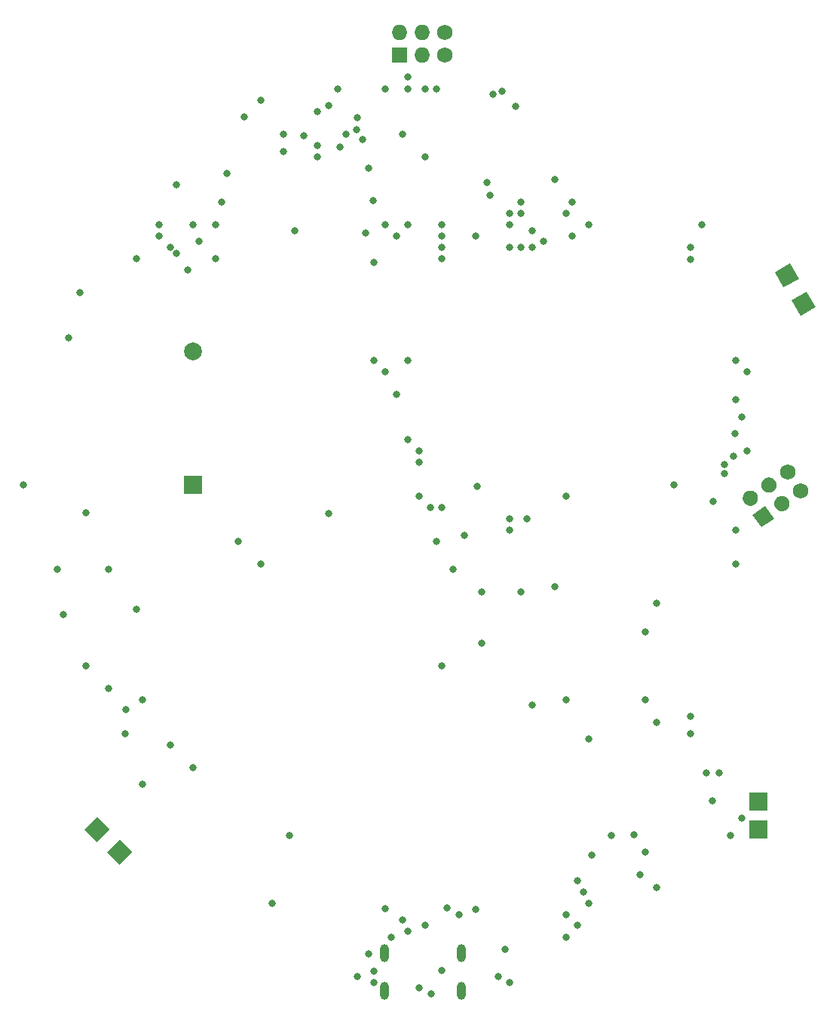
<source format=gbr>
G04 #@! TF.GenerationSoftware,KiCad,Pcbnew,(5.1.10)-1*
G04 #@! TF.CreationDate,2021-10-13T01:49:27-04:00*
G04 #@! TF.ProjectId,ScryptKeeper,53637279-7074-44b6-9565-7065722e6b69,rev?*
G04 #@! TF.SameCoordinates,Original*
G04 #@! TF.FileFunction,Copper,L8,Inr*
G04 #@! TF.FilePolarity,Positive*
%FSLAX46Y46*%
G04 Gerber Fmt 4.6, Leading zero omitted, Abs format (unit mm)*
G04 Created by KiCad (PCBNEW (5.1.10)-1) date 2021-10-13 01:49:27*
%MOMM*%
%LPD*%
G01*
G04 APERTURE LIST*
G04 #@! TA.AperFunction,ComponentPad*
%ADD10R,2.000000X2.000000*%
G04 #@! TD*
G04 #@! TA.AperFunction,ComponentPad*
%ADD11C,0.100000*%
G04 #@! TD*
G04 #@! TA.AperFunction,ComponentPad*
%ADD12C,1.727200*%
G04 #@! TD*
G04 #@! TA.AperFunction,ComponentPad*
%ADD13O,1.727200X1.727200*%
G04 #@! TD*
G04 #@! TA.AperFunction,ComponentPad*
%ADD14R,1.727200X1.727200*%
G04 #@! TD*
G04 #@! TA.AperFunction,ComponentPad*
%ADD15C,2.000000*%
G04 #@! TD*
G04 #@! TA.AperFunction,ComponentPad*
%ADD16O,1.000000X2.000000*%
G04 #@! TD*
G04 #@! TA.AperFunction,ViaPad*
%ADD17C,0.800000*%
G04 #@! TD*
G04 APERTURE END LIST*
D10*
X106680000Y-135255000D03*
G04 #@! TA.AperFunction,ComponentPad*
D11*
G36*
X32385000Y-136669214D02*
G01*
X30970786Y-135255000D01*
X32385000Y-133840786D01*
X33799214Y-135255000D01*
X32385000Y-136669214D01*
G37*
G04 #@! TD.AperFunction*
G04 #@! TA.AperFunction,ComponentPad*
G36*
X34925000Y-139209214D02*
G01*
X33510786Y-137795000D01*
X34925000Y-136380786D01*
X36339214Y-137795000D01*
X34925000Y-139209214D01*
G37*
G04 #@! TD.AperFunction*
D10*
X106680000Y-132080000D03*
D12*
X71414001Y-45720001D03*
X71414001Y-48260001D03*
D13*
X68874001Y-45720001D03*
X68874001Y-48260001D03*
X66334001Y-45720001D03*
D14*
X66334001Y-48260001D03*
G04 #@! TA.AperFunction,ComponentPad*
D11*
G36*
X110393975Y-75833975D02*
G01*
X112126025Y-74833975D01*
X113126025Y-76566025D01*
X111393975Y-77566025D01*
X110393975Y-75833975D01*
G37*
G04 #@! TD.AperFunction*
G04 #@! TA.AperFunction,ComponentPad*
G36*
X108488975Y-72658975D02*
G01*
X110221025Y-71658975D01*
X111221025Y-73391025D01*
X109488975Y-74391025D01*
X108488975Y-72658975D01*
G37*
G04 #@! TD.AperFunction*
D15*
X43180000Y-81530000D03*
D10*
X43180000Y-96520000D03*
G04 #@! TA.AperFunction,ComponentPad*
D11*
G36*
X106028695Y-99899629D02*
G01*
X107443534Y-98908948D01*
X108434215Y-100323787D01*
X107019376Y-101314468D01*
X106028695Y-99899629D01*
G37*
G04 #@! TD.AperFunction*
G04 #@! TA.AperFunction,ComponentPad*
G36*
G01*
X105279229Y-97323642D02*
X105279229Y-97323642D01*
G75*
G02*
X106481990Y-97535721I495341J-707420D01*
G01*
X106481990Y-97535721D01*
G75*
G02*
X106269911Y-98738482I-707420J-495341D01*
G01*
X106269911Y-98738482D01*
G75*
G02*
X105067150Y-98526403I-495341J707420D01*
G01*
X105067150Y-98526403D01*
G75*
G02*
X105279229Y-97323642I707420J495341D01*
G01*
G37*
G04 #@! TD.AperFunction*
G04 #@! TA.AperFunction,ComponentPad*
G36*
G01*
X108816760Y-97947404D02*
X108816760Y-97947404D01*
G75*
G02*
X110019521Y-98159483I495341J-707420D01*
G01*
X110019521Y-98159483D01*
G75*
G02*
X109807442Y-99362244I-707420J-495341D01*
G01*
X109807442Y-99362244D01*
G75*
G02*
X108604681Y-99150165I-495341J707420D01*
G01*
X108604681Y-99150165D01*
G75*
G02*
X108816760Y-97947404I707420J495341D01*
G01*
G37*
G04 #@! TD.AperFunction*
G04 #@! TA.AperFunction,ComponentPad*
G36*
G01*
X107359876Y-95866757D02*
X107359876Y-95866757D01*
G75*
G02*
X108562637Y-96078836I495341J-707420D01*
G01*
X108562637Y-96078836D01*
G75*
G02*
X108350558Y-97281597I-707420J-495341D01*
G01*
X108350558Y-97281597D01*
G75*
G02*
X107147797Y-97069518I-495341J707420D01*
G01*
X107147797Y-97069518D01*
G75*
G02*
X107359876Y-95866757I707420J495341D01*
G01*
G37*
G04 #@! TD.AperFunction*
D12*
X111392747Y-97197939D03*
X109935863Y-95117293D03*
D16*
X73285000Y-153345000D03*
X64645000Y-153345000D03*
X64645000Y-149165000D03*
X73285000Y-149165000D03*
D17*
X93980000Y-113030000D03*
X63500000Y-152400000D03*
X78740000Y-69850000D03*
X90170000Y-135890000D03*
X92710000Y-135799598D03*
X86360000Y-140970000D03*
X87940170Y-138119830D03*
X63500000Y-82550000D03*
X68580000Y-92710000D03*
X82550000Y-69215000D03*
X85767400Y-68580000D03*
X62865000Y-149225000D03*
X65405000Y-147320000D03*
X85090000Y-144780000D03*
X69215000Y-59690000D03*
X66675000Y-57150000D03*
X74930000Y-68580000D03*
X70485000Y-102870000D03*
X73660000Y-102235000D03*
X78740000Y-101600000D03*
X80645000Y-100330000D03*
X75093769Y-96683769D03*
X104140000Y-86995000D03*
X105410000Y-92710000D03*
X103896810Y-93332202D03*
X104030125Y-90799218D03*
X73025000Y-144780000D03*
X66675000Y-145415000D03*
X102870000Y-95250000D03*
X63500000Y-71607211D03*
X63392412Y-64598466D03*
X99060000Y-122512600D03*
X99060000Y-124460000D03*
X78740000Y-100330000D03*
X71120000Y-99060000D03*
X67310000Y-91440000D03*
X67310000Y-82550000D03*
X97155000Y-96520000D03*
X55654200Y-57375800D03*
X58420000Y-53932600D03*
X86360000Y-145950001D03*
X78740000Y-152400000D03*
X35672334Y-121807666D03*
X35560000Y-124460000D03*
X63500000Y-151130000D03*
X61595000Y-151765000D03*
X85090000Y-147320000D03*
X93980000Y-137795000D03*
X93345000Y-140335000D03*
X103505000Y-135890000D03*
X101543666Y-132023666D03*
X71120000Y-68580000D03*
X66040000Y-68580000D03*
X43815000Y-69215000D03*
X31115000Y-99695000D03*
X31115000Y-116840000D03*
X104775000Y-133985000D03*
X45720000Y-71120000D03*
X42545000Y-72390000D03*
X41317400Y-70523450D03*
X24130000Y-96520000D03*
X52070000Y-143510000D03*
X64770000Y-144145000D03*
X71724705Y-144072305D03*
X74930000Y-144187400D03*
X86995000Y-142240000D03*
X95250000Y-141763980D03*
X71120000Y-71120000D03*
X71120000Y-67310000D03*
X78740000Y-66040000D03*
X85725000Y-64770000D03*
X87630000Y-67310000D03*
X78740000Y-67310000D03*
X87649045Y-143529045D03*
X69215000Y-146007600D03*
X76542600Y-64041005D03*
X76200000Y-62572600D03*
X85090000Y-66040000D03*
X69892400Y-153670000D03*
X68537600Y-152992600D03*
X80010000Y-66040000D03*
X83820000Y-62230000D03*
X80010000Y-64770000D03*
X104140000Y-82550000D03*
X75565000Y-108585000D03*
X71120000Y-69850000D03*
X72390000Y-106045000D03*
X81280000Y-67987400D03*
X81280000Y-69850000D03*
X80010000Y-108585000D03*
X75565000Y-114300000D03*
X83820000Y-107950000D03*
X85090000Y-120650000D03*
X46355000Y-64770000D03*
X43180000Y-67310000D03*
X59427757Y-52069999D03*
X77860926Y-52355310D03*
X50800000Y-105410000D03*
X48260000Y-102870000D03*
X39370000Y-67310000D03*
X57150000Y-58420000D03*
X61595000Y-55287400D03*
X70485000Y-52070000D03*
X80010000Y-69850000D03*
X69850000Y-99060000D03*
X68580000Y-97790000D03*
X64770000Y-83820000D03*
X69215000Y-52070000D03*
X58420000Y-99737400D03*
X54610000Y-67987400D03*
X39370000Y-68580000D03*
X36830000Y-71120000D03*
X30480000Y-74930000D03*
X46990000Y-61595000D03*
X27940000Y-106045000D03*
X33655000Y-106045000D03*
X33655000Y-119380000D03*
X37465000Y-130175000D03*
X57150000Y-54610000D03*
X53340000Y-57150000D03*
X29210000Y-80010000D03*
X28575000Y-111125000D03*
X36830000Y-110490000D03*
X37465000Y-120650000D03*
X53340000Y-59097400D03*
X57150000Y-59690000D03*
X105410000Y-83820000D03*
X104140000Y-101600000D03*
X104140000Y-105410000D03*
X93980000Y-120650000D03*
X79375000Y-54017400D03*
X61571912Y-56661894D03*
X104775000Y-88900000D03*
X40640000Y-69850000D03*
X40640000Y-125730000D03*
X43180000Y-128270000D03*
X53975000Y-135890000D03*
X62230000Y-57785000D03*
X85090000Y-97790000D03*
X76835000Y-52662600D03*
X59690000Y-58581495D03*
X64770000Y-52070000D03*
X67310000Y-52070000D03*
X67310000Y-50715199D03*
X100330000Y-67310000D03*
X99060000Y-69850000D03*
X99060000Y-71204801D03*
X102870000Y-94297597D03*
X101600000Y-98425000D03*
X95250000Y-109855000D03*
X95250000Y-123190000D03*
X71120000Y-116840000D03*
X81280000Y-121285000D03*
X87630000Y-125095000D03*
X60367400Y-57192400D03*
X67310000Y-67310000D03*
X64770000Y-67310000D03*
X62569669Y-68303091D03*
X41275000Y-62865000D03*
X50800000Y-53340000D03*
X48895000Y-55245000D03*
X45720000Y-67310000D03*
X62865000Y-60960000D03*
X78256949Y-148741949D03*
X67310000Y-146685000D03*
X77470000Y-151722600D03*
X71120000Y-151087600D03*
X68580000Y-93980000D03*
X66040000Y-86360000D03*
X102235000Y-128905000D03*
X100866266Y-128905000D03*
M02*

</source>
